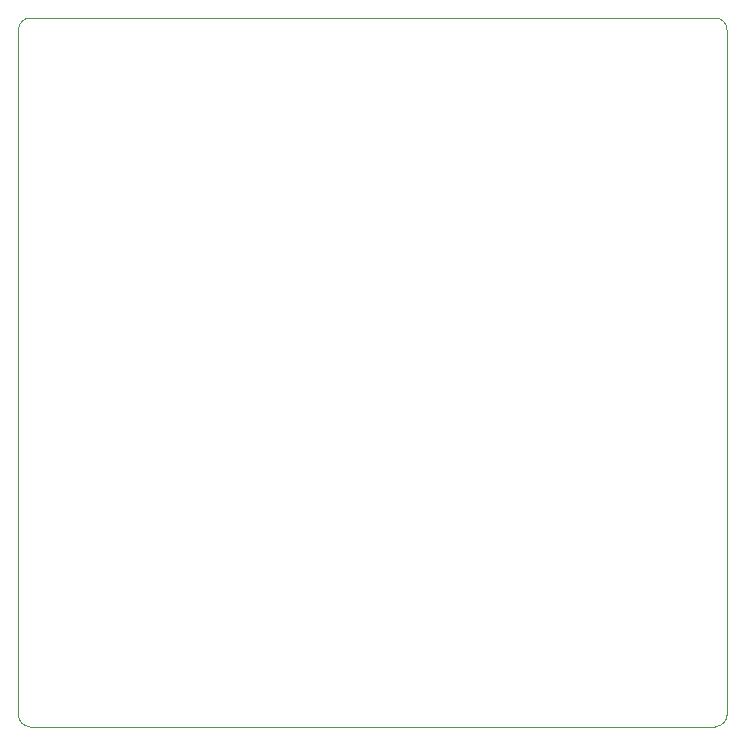
<source format=gm1>
G04 #@! TF.GenerationSoftware,KiCad,Pcbnew,(6.0.1-0)*
G04 #@! TF.CreationDate,2022-07-10T21:45:09+01:00*
G04 #@! TF.ProjectId,Spinny,5370696e-6e79-42e6-9b69-6361645f7063,rev?*
G04 #@! TF.SameCoordinates,Original*
G04 #@! TF.FileFunction,Profile,NP*
%FSLAX46Y46*%
G04 Gerber Fmt 4.6, Leading zero omitted, Abs format (unit mm)*
G04 Created by KiCad (PCBNEW (6.0.1-0)) date 2022-07-10 21:45:09*
%MOMM*%
%LPD*%
G01*
G04 APERTURE LIST*
G04 #@! TA.AperFunction,Profile*
%ADD10C,0.100000*%
G04 #@! TD*
G04 APERTURE END LIST*
D10*
X121000000Y-70000000D02*
G75*
G03*
X120000000Y-71000000I-1J-999999D01*
G01*
X180000000Y-71000000D02*
G75*
G03*
X179000000Y-70000000I-999999J1D01*
G01*
X179000000Y-130000000D02*
G75*
G03*
X180000000Y-129000000I1J999999D01*
G01*
X120000000Y-129000000D02*
G75*
G03*
X121000000Y-130000000I999999J-1D01*
G01*
X120000000Y-129000000D02*
X120000000Y-71000000D01*
X180000000Y-71000000D02*
X180000000Y-129000000D01*
X179000000Y-130000000D02*
X121000000Y-130000000D01*
X121000000Y-70000000D02*
X179000000Y-70000000D01*
M02*

</source>
